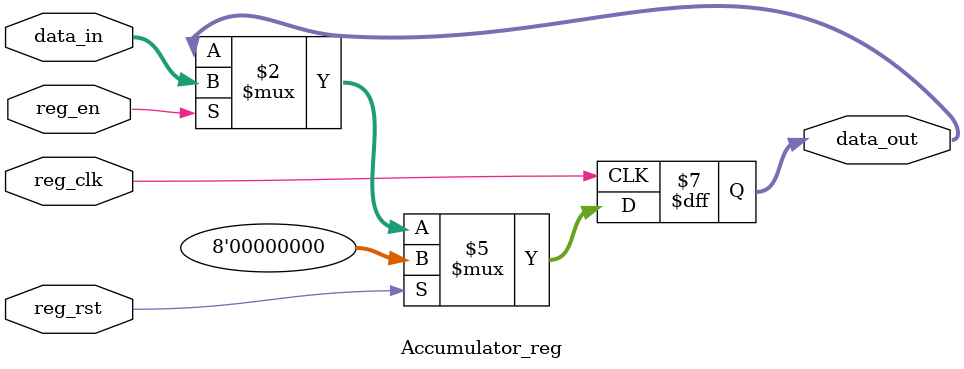
<source format=v>
`timescale 1ns / 1ps


module Accumulator_reg(output reg [7:0] data_out, input [7:0] data_in, input reg_clk,
reg_rst, reg_en);
 always @ (posedge reg_clk)
begin
 if (reg_rst)
 data_out <= 8'b0;
 else if (reg_en)
 data_out <= data_in;
 end
 endmodule
</source>
